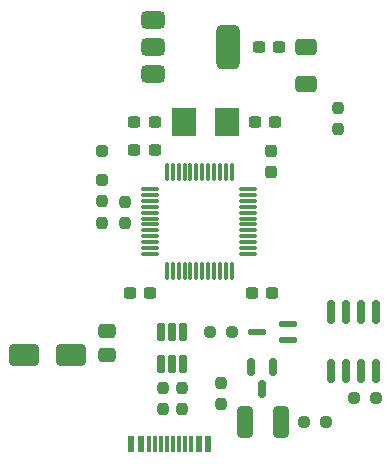
<source format=gbr>
%TF.GenerationSoftware,KiCad,Pcbnew,8.0.6*%
%TF.CreationDate,2024-12-26T12:17:47+03:00*%
%TF.ProjectId,Hall,48616c6c-2e6b-4696-9361-645f70636258,rev?*%
%TF.SameCoordinates,Original*%
%TF.FileFunction,Paste,Top*%
%TF.FilePolarity,Positive*%
%FSLAX46Y46*%
G04 Gerber Fmt 4.6, Leading zero omitted, Abs format (unit mm)*
G04 Created by KiCad (PCBNEW 8.0.6) date 2024-12-26 12:17:47*
%MOMM*%
%LPD*%
G01*
G04 APERTURE LIST*
G04 Aperture macros list*
%AMRoundRect*
0 Rectangle with rounded corners*
0 $1 Rounding radius*
0 $2 $3 $4 $5 $6 $7 $8 $9 X,Y pos of 4 corners*
0 Add a 4 corners polygon primitive as box body*
4,1,4,$2,$3,$4,$5,$6,$7,$8,$9,$2,$3,0*
0 Add four circle primitives for the rounded corners*
1,1,$1+$1,$2,$3*
1,1,$1+$1,$4,$5*
1,1,$1+$1,$6,$7*
1,1,$1+$1,$8,$9*
0 Add four rect primitives between the rounded corners*
20,1,$1+$1,$2,$3,$4,$5,0*
20,1,$1+$1,$4,$5,$6,$7,0*
20,1,$1+$1,$6,$7,$8,$9,0*
20,1,$1+$1,$8,$9,$2,$3,0*%
G04 Aperture macros list end*
%ADD10RoundRect,0.237500X-0.237500X0.250000X-0.237500X-0.250000X0.237500X-0.250000X0.237500X0.250000X0*%
%ADD11RoundRect,0.237500X0.237500X-0.250000X0.237500X0.250000X-0.237500X0.250000X-0.237500X-0.250000X0*%
%ADD12RoundRect,0.250000X-0.250000X0.250000X-0.250000X-0.250000X0.250000X-0.250000X0.250000X0.250000X0*%
%ADD13R,0.600000X1.450000*%
%ADD14R,0.300000X1.450000*%
%ADD15RoundRect,0.150000X-0.150000X0.587500X-0.150000X-0.587500X0.150000X-0.587500X0.150000X0.587500X0*%
%ADD16RoundRect,0.237500X-0.300000X-0.237500X0.300000X-0.237500X0.300000X0.237500X-0.300000X0.237500X0*%
%ADD17RoundRect,0.162500X0.162500X-0.617500X0.162500X0.617500X-0.162500X0.617500X-0.162500X-0.617500X0*%
%ADD18RoundRect,0.237500X0.300000X0.237500X-0.300000X0.237500X-0.300000X-0.237500X0.300000X-0.237500X0*%
%ADD19RoundRect,0.112500X0.637500X-0.112500X0.637500X0.112500X-0.637500X0.112500X-0.637500X-0.112500X0*%
%ADD20RoundRect,0.237500X-0.237500X0.300000X-0.237500X-0.300000X0.237500X-0.300000X0.237500X0.300000X0*%
%ADD21RoundRect,0.237500X-0.250000X-0.237500X0.250000X-0.237500X0.250000X0.237500X-0.250000X0.237500X0*%
%ADD22RoundRect,0.250000X0.475000X-0.337500X0.475000X0.337500X-0.475000X0.337500X-0.475000X-0.337500X0*%
%ADD23RoundRect,0.375000X-0.625000X-0.375000X0.625000X-0.375000X0.625000X0.375000X-0.625000X0.375000X0*%
%ADD24RoundRect,0.500000X-0.500000X-1.400000X0.500000X-1.400000X0.500000X1.400000X-0.500000X1.400000X0*%
%ADD25RoundRect,0.250000X1.000000X0.650000X-1.000000X0.650000X-1.000000X-0.650000X1.000000X-0.650000X0*%
%ADD26RoundRect,0.250000X0.650000X-0.412500X0.650000X0.412500X-0.650000X0.412500X-0.650000X-0.412500X0*%
%ADD27R,2.000000X2.400000*%
%ADD28RoundRect,0.250000X0.400000X1.075000X-0.400000X1.075000X-0.400000X-1.075000X0.400000X-1.075000X0*%
%ADD29RoundRect,0.075000X-0.075000X0.662500X-0.075000X-0.662500X0.075000X-0.662500X0.075000X0.662500X0*%
%ADD30RoundRect,0.075000X-0.662500X0.075000X-0.662500X-0.075000X0.662500X-0.075000X0.662500X0.075000X0*%
%ADD31RoundRect,0.150000X-0.150000X0.825000X-0.150000X-0.825000X0.150000X-0.825000X0.150000X0.825000X0*%
G04 APERTURE END LIST*
D10*
%TO.C,R3*%
X66167000Y-44704000D03*
X66167000Y-46529000D03*
%TD*%
D11*
%TO.C,R2*%
X64262000Y-46505500D03*
X64262000Y-44680500D03*
%TD*%
D12*
%TO.C,D1*%
X64262000Y-40386000D03*
X64262000Y-42886000D03*
%TD*%
D13*
%TO.C,J6*%
X66750000Y-65250000D03*
X67550000Y-65250000D03*
D14*
X68750000Y-65250000D03*
X69750000Y-65250000D03*
X70250000Y-65250000D03*
X71250000Y-65250000D03*
D13*
X72450000Y-65250000D03*
X73250000Y-65250000D03*
X73250000Y-65250000D03*
X72450000Y-65250000D03*
D14*
X71750000Y-65250000D03*
X70750000Y-65250000D03*
X69250000Y-65250000D03*
X68250000Y-65250000D03*
D13*
X67550000Y-65250000D03*
X66750000Y-65250000D03*
%TD*%
D15*
%TO.C,D2*%
X78740000Y-58724800D03*
X76840000Y-58724800D03*
X77790000Y-60599800D03*
%TD*%
D16*
%TO.C,C7*%
X77523000Y-31623000D03*
X79248000Y-31623000D03*
%TD*%
D17*
%TO.C,U3*%
X69220000Y-58453000D03*
X70170000Y-58453000D03*
X71120000Y-58453000D03*
X71120000Y-55753000D03*
X70170000Y-55753000D03*
X69220000Y-55753000D03*
%TD*%
D18*
%TO.C,C8*%
X68323800Y-52425600D03*
X66598800Y-52425600D03*
%TD*%
D19*
%TO.C,Q1*%
X80019200Y-56377600D03*
X80019200Y-55077600D03*
X77359200Y-55727600D03*
%TD*%
D18*
%TO.C,C2*%
X68707000Y-37973000D03*
X66982000Y-37973000D03*
%TD*%
D20*
%TO.C,C5*%
X78587600Y-40439000D03*
X78587600Y-42164000D03*
%TD*%
D21*
%TO.C,R6*%
X73407900Y-55727600D03*
X75232900Y-55727600D03*
%TD*%
D22*
%TO.C,C3*%
X64643000Y-57701000D03*
X64643000Y-55626000D03*
%TD*%
D23*
%TO.C,U2*%
X68605000Y-29323000D03*
X68605000Y-31623000D03*
D24*
X74905000Y-31623000D03*
D23*
X68605000Y-33923000D03*
%TD*%
D25*
%TO.C,D3*%
X61658000Y-57658000D03*
X57658000Y-57658000D03*
%TD*%
D11*
%TO.C,R1*%
X84277200Y-38557200D03*
X84277200Y-36732200D03*
%TD*%
D21*
%TO.C,R8*%
X85599900Y-61341000D03*
X87424900Y-61341000D03*
%TD*%
D26*
%TO.C,C9*%
X81534000Y-34748000D03*
X81534000Y-31623000D03*
%TD*%
D11*
%TO.C,R5*%
X69392800Y-62280800D03*
X69392800Y-60455800D03*
%TD*%
D27*
%TO.C,Y1*%
X74875000Y-37973000D03*
X71175000Y-37973000D03*
%TD*%
D18*
%TO.C,C6*%
X78687000Y-52425600D03*
X76962000Y-52425600D03*
%TD*%
D16*
%TO.C,C1*%
X77216000Y-37973000D03*
X78941000Y-37973000D03*
%TD*%
D11*
%TO.C,R4*%
X71018400Y-62280800D03*
X71018400Y-60455800D03*
%TD*%
D21*
%TO.C,R9*%
X81385400Y-63347600D03*
X83210400Y-63347600D03*
%TD*%
D28*
%TO.C,R7*%
X79451200Y-63347600D03*
X76351200Y-63347600D03*
%TD*%
D29*
%TO.C,U1*%
X75241600Y-42217900D03*
X74741600Y-42217900D03*
X74241600Y-42217900D03*
X73741600Y-42217900D03*
X73241600Y-42217900D03*
X72741600Y-42217900D03*
X72241600Y-42217900D03*
X71741600Y-42217900D03*
X71241600Y-42217900D03*
X70741600Y-42217900D03*
X70241600Y-42217900D03*
X69741600Y-42217900D03*
D30*
X68329100Y-43630400D03*
X68329100Y-44130400D03*
X68329100Y-44630400D03*
X68329100Y-45130400D03*
X68329100Y-45630400D03*
X68329100Y-46130400D03*
X68329100Y-46630400D03*
X68329100Y-47130400D03*
X68329100Y-47630400D03*
X68329100Y-48130400D03*
X68329100Y-48630400D03*
X68329100Y-49130400D03*
D29*
X69741600Y-50542900D03*
X70241600Y-50542900D03*
X70741600Y-50542900D03*
X71241600Y-50542900D03*
X71741600Y-50542900D03*
X72241600Y-50542900D03*
X72741600Y-50542900D03*
X73241600Y-50542900D03*
X73741600Y-50542900D03*
X74241600Y-50542900D03*
X74741600Y-50542900D03*
X75241600Y-50542900D03*
D30*
X76654100Y-49130400D03*
X76654100Y-48630400D03*
X76654100Y-48130400D03*
X76654100Y-47630400D03*
X76654100Y-47130400D03*
X76654100Y-46630400D03*
X76654100Y-46130400D03*
X76654100Y-45630400D03*
X76654100Y-45130400D03*
X76654100Y-44630400D03*
X76654100Y-44130400D03*
X76654100Y-43630400D03*
%TD*%
D16*
%TO.C,C4*%
X67007400Y-40335200D03*
X68732400Y-40335200D03*
%TD*%
D11*
%TO.C,R10*%
X74371200Y-61870600D03*
X74371200Y-60045600D03*
%TD*%
D31*
%TO.C,U4*%
X87426800Y-54079600D03*
X86156800Y-54079600D03*
X84886800Y-54079600D03*
X83616800Y-54079600D03*
X83616800Y-59029600D03*
X84886800Y-59029600D03*
X86156800Y-59029600D03*
X87426800Y-59029600D03*
%TD*%
M02*

</source>
